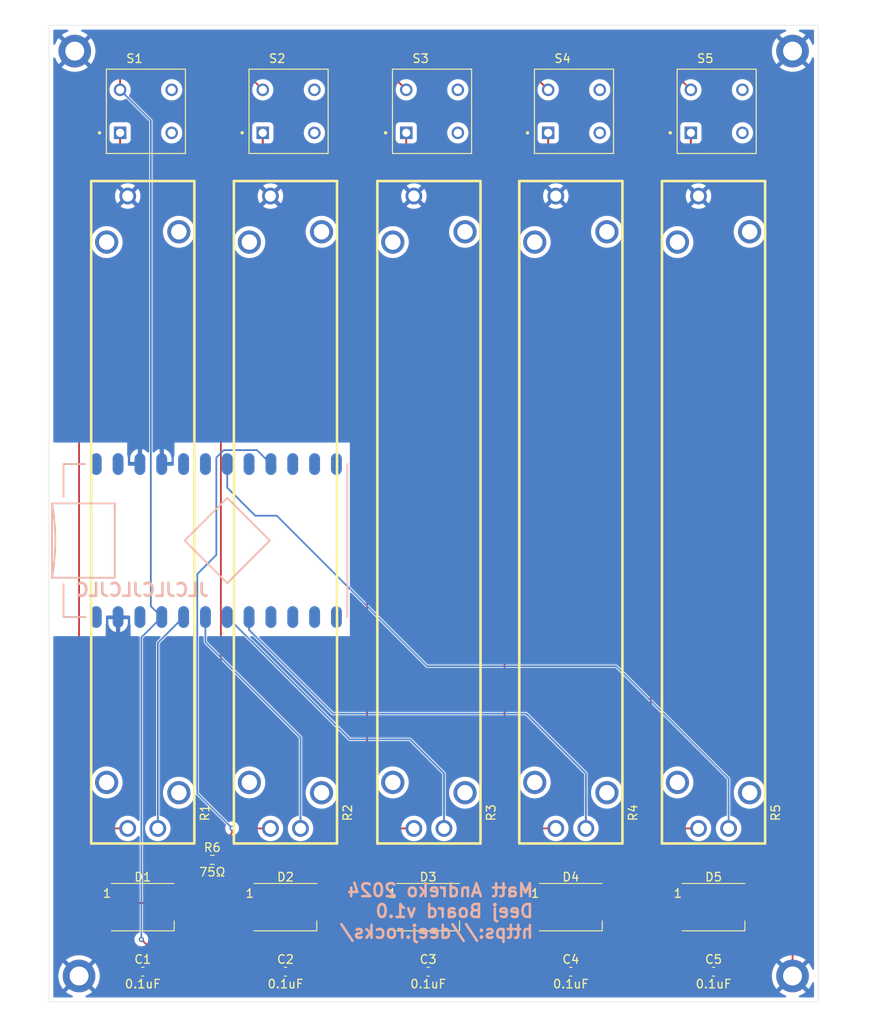
<source format=kicad_pcb>
(kicad_pcb (version 20240108) (generator "pcbnew") (generator_version "8.0")
  (layers (0 "F.Cu" signal) (31 "B.Cu" signal) (34 "B.Paste" user) (35 "F.Paste" user) (36 "B.SilkS" user "B.Silkscreen") (37 "F.SilkS" user "F.Silkscreen") (38 "B.Mask" user) (39 "F.Mask" user) (44 "Edge.Cuts" user))
  (net 0 "")
  (net 1 "GND")
  (net 2 "5V")
  (net 3 "Net-(D1-DIN)")
  (net 4 "Net-(D1-DOUT)")
  (net 5 "Net-(D2-DOUT)")
  (net 6 "Net-(D3-DOUT)")
  (net 7 "Net-(D4-DOUT)")
  (net 9 "A0")
  (net 10 "A1")
  (net 11 "A2")
  (net 12 "A3")
  (net 13 "A6")
  (net 14 "A7")
  (net 39 "Net-(R1-Pad1)")
  (net 40 "Net-(R2-Pad1)")
  (net 41 "Net-(R3-Pad1)")
  (net 42 "Net-(R4-Pad1)")
  (net 43 "Net-(R5-Pad1)")
  (footprint "Capacitor_SMD:C_0603_1608Metric" (layer "F.Cu") (at 118.9119 149.5)
    (property "Reference" "C1" (at 0 -1.43 0) (layer "F.SilkS"))
    (property "Value" "0.1uF" (at 0 1.43 0) (layer "F.SilkS"))
    (fp_line (start -0.14058 -0.51) (end 0.14058 -0.51) (stroke (width 0.12)) (layer "F.SilkS"))
    (fp_line (start -0.14058 0.51) (end 0.14058 0.51) (stroke (width 0.12)) (layer "F.SilkS"))
    (pad "1" smd roundrect (at -0.775 0) (size 0.9 0.95) (layers "F.Cu" "F.Paste" "F.Mask") (net 1 "GND"))
    (pad "2" smd roundrect (at 0.775 0) (size 0.9 0.95) (layers "F.Cu" "F.Paste" "F.Mask") (net 2 "5V"))
  )
  (footprint "C&K:SW_PVA1EEH1" (layer "F.Cu") (at 135.8737 49.5)
    (property "Reference" "S2" (at -1.325 -6.135 0) (layer "F.SilkS"))
    (property "Value" "PVA1EEH1")
    (fp_line (start -4.6 -4.9) (end -4.6 4.9) (stroke (width 0.127)) (layer "F.SilkS"))
    (fp_line (start -4.6 4.9) (end 4.6 4.9) (stroke (width 0.127)) (layer "F.SilkS"))
    (fp_line (start 4.6 -4.9) (end -4.6 -4.9) (stroke (width 0.127)) (layer "F.SilkS"))
    (fp_line (start 4.6 4.9) (end 4.6 -4.9) (stroke (width 0.127)) (layer "F.SilkS"))
    (fp_circle (center -5.4 2.5) (end -5.3 2.5) (stroke (width 0.2)) (fill none) (layer "F.SilkS"))
    (pad "1" thru_hole rect (at -3 2.5) (size 1.458 1.458) (drill 0.95) (layers "*.Cu" "*.Mask") (net 40 "Net-(R2-Pad1)"))
    (pad "1_" thru_hole circle (at 3 2.5) (size 1.458 1.458) (drill 0.95) (layers "*.Cu" "*.Mask"))
    (pad "2" thru_hole circle (at -3 -2.5) (size 1.458 1.458) (drill 0.95) (layers "*.Cu" "*.Mask") (net 2 "5V"))
    (pad "2_" thru_hole circle (at 3 -2.5) (size 1.458 1.458) (drill 0.95) (layers "*.Cu" "*.Mask"))
  )
  (footprint "MountingHole:MountingHole_2.2mm_M2_DIN965_Pad" (layer "F.Cu") (at 111 42.5)
    (property "Reference" "TopLeftMountingHole" (hide yes))
    (property "Value" "MountingHole_2.2mm_M2_DIN965_Pad" (hide yes))
    (pad "1" thru_hole circle (at 0 0) (size 3.8 3.8) (drill 2.2) (layers "*.Cu" "*.Mask") (net 1 "GND"))
  )
  (footprint "Bourns:PTA6043-2015DP-B103" (layer "F.Cu") (at 135.5112 96.1 90)
    (property "Reference" "R2" (at -34.925 7.231 -90) (layer "F.SilkS"))
    (property "Value" "PTA6043-2015DPB103")
    (fp_line (start 38.5 -6) (end 38.5 6) (stroke (width 0.3048)) (layer "F.SilkS"))
    (fp_line (start -38.5 -6) (end 38.5 -6) (stroke (width 0.3048)) (layer "F.SilkS"))
    (fp_line (start -38.5 -6) (end -38.5 6) (stroke (width 0.3048)) (layer "F.SilkS"))
    (fp_line (start -38.5 6) (end 38.5 6) (stroke (width 0.3048)) (layer "F.SilkS"))
    (pad "1" thru_hole circle (at -36.75 -1.75 90) (size 1.95 1.95) (drill 1.3) (layers "*.Cu" "*.Mask") (net 40 "Net-(R2-Pad1)"))
    (pad "2" thru_hole circle (at -36.75 1.75 90) (size 1.95 1.95) (drill 1.3) (layers "*.Cu" "*.Mask") (net 11 "A2"))
    (pad "3" thru_hole circle (at 36.75 -1.75 90) (size 1.95 1.95) (drill 1.3) (layers "*.Cu" "*.Mask") (net 1 "GND"))
    (pad "S1" thru_hole circle (at -31.4 -4.2 90) (size 2.7 2.7) (drill 1.8) (layers "*.Cu" "*.Mask"))
    (pad "S2" thru_hole circle (at -32.6 4.2 90) (size 2.7 2.7) (drill 1.8) (layers "*.Cu" "*.Mask"))
    (pad "S3" thru_hole circle (at 31.4 -4.2 90) (size 2.7 2.7) (drill 1.8) (layers "*.Cu" "*.Mask"))
    (pad "S4" thru_hole circle (at 32.6 4.2 90) (size 2.7 2.7) (drill 1.8) (layers "*.Cu" "*.Mask"))
  )
  (footprint "C&K:SW_PVA1EEH1" (layer "F.Cu") (at 152.5625 49.5)
    (property "Reference" "S3" (at -1.325 -6.135 0) (layer "F.SilkS"))
    (property "Value" "PVA1EEH1")
    (fp_line (start -4.6 -4.9) (end -4.6 4.9) (stroke (width 0.127)) (layer "F.SilkS"))
    (fp_line (start -4.6 4.9) (end 4.6 4.9) (stroke (width 0.127)) (layer "F.SilkS"))
    (fp_line (start 4.6 -4.9) (end -4.6 -4.9) (stroke (width 0.127)) (layer "F.SilkS"))
    (fp_line (start 4.6 4.9) (end 4.6 -4.9) (stroke (width 0.127)) (layer "F.SilkS"))
    (fp_circle (center -5.4 2.5) (end -5.3 2.5) (stroke (width 0.2)) (fill none) (layer "F.SilkS"))
    (pad "1" thru_hole rect (at -3 2.5) (size 1.458 1.458) (drill 0.95) (layers "*.Cu" "*.Mask") (net 41 "Net-(R3-Pad1)"))
    (pad "1_" thru_hole circle (at 3 2.5) (size 1.458 1.458) (drill 0.95) (layers "*.Cu" "*.Mask"))
    (pad "2" thru_hole circle (at -3 -2.5) (size 1.458 1.458) (drill 0.95) (layers "*.Cu" "*.Mask") (net 2 "5V"))
    (pad "2_" thru_hole circle (at 3 -2.5) (size 1.458 1.458) (drill 0.95) (layers "*.Cu" "*.Mask"))
  )
  (footprint "MountingHole:MountingHole_2.2mm_M2_DIN965_Pad" (layer "F.Cu") (at 194.5 42.5)
    (property "Reference" "TopRightMountingHole" (hide yes))
    (property "Value" "MountingHole_2.2mm_M2_DIN965_Pad" (hide yes))
    (pad "1" thru_hole circle (at 0 0) (size 3.8 3.8) (drill 2.2) (layers "*.Cu" "*.Mask") (net 1 "GND"))
  )
  (footprint "Bourns:PTA6043-2015DP-B103" (layer "F.Cu") (at 152.2 96.1 90)
    (property "Reference" "R3" (at -34.925 7.231 -90) (layer "F.SilkS"))
    (property "Value" "PTA6043-2015DPB103")
    (fp_line (start 38.5 -6) (end 38.5 6) (stroke (width 0.3048)) (layer "F.SilkS"))
    (fp_line (start -38.5 -6) (end 38.5 -6) (stroke (width 0.3048)) (layer "F.SilkS"))
    (fp_line (start -38.5 -6) (end -38.5 6) (stroke (width 0.3048)) (layer "F.SilkS"))
    (fp_line (start -38.5 6) (end 38.5 6) (stroke (width 0.3048)) (layer "F.SilkS"))
    (pad "1" thru_hole circle (at -36.75 -1.75 90) (size 1.95 1.95) (drill 1.3) (layers "*.Cu" "*.Mask") (net 41 "Net-(R3-Pad1)"))
    (pad "2" thru_hole circle (at -36.75 1.75 90) (size 1.95 1.95) (drill 1.3) (layers "*.Cu" "*.Mask") (net 10 "A1"))
    (pad "3" thru_hole circle (at 36.75 -1.75 90) (size 1.95 1.95) (drill 1.3) (layers "*.Cu" "*.Mask") (net 1 "GND"))
    (pad "S1" thru_hole circle (at -31.4 -4.2 90) (size 2.7 2.7) (drill 1.8) (layers "*.Cu" "*.Mask"))
    (pad "S2" thru_hole circle (at -32.6 4.2 90) (size 2.7 2.7) (drill 1.8) (layers "*.Cu" "*.Mask"))
    (pad "S3" thru_hole circle (at 31.4 -4.2 90) (size 2.7 2.7) (drill 1.8) (layers "*.Cu" "*.Mask"))
    (pad "S4" thru_hole circle (at 32.6 4.2 90) (size 2.7 2.7) (drill 1.8) (layers "*.Cu" "*.Mask"))
  )
  (footprint "Capacitor_SMD:C_0603_1608Metric" (layer "F.Cu") (at 185.309 149.5)
    (property "Reference" "C5" (at 0 -1.43 0) (layer "F.SilkS"))
    (property "Value" "0.1uF" (at 0 1.43 0) (layer "F.SilkS"))
    (fp_line (start -0.14058 -0.51) (end 0.14058 -0.51) (stroke (width 0.12)) (layer "F.SilkS"))
    (fp_line (start -0.14058 0.51) (end 0.14058 0.51) (stroke (width 0.12)) (layer "F.SilkS"))
    (pad "1" smd roundrect (at -0.775 0) (size 0.9 0.95) (layers "F.Cu" "F.Paste" "F.Mask") (net 1 "GND"))
    (pad "2" smd roundrect (at 0.775 0) (size 0.9 0.95) (layers "F.Cu" "F.Paste" "F.Mask") (net 2 "5V"))
  )
  (footprint "LED_SMD:LED_WS2812B_PLCC4_5.0x5.0mm_P3.2mm" (layer "F.Cu") (at 135.5112 142)
    (property "Reference" "D2" (at 0 -3.5 0) (layer "F.SilkS"))
    (property "Value" "WS2812B")
    (fp_line (start -3.65 -2.75) (end 3.65 -2.75) (stroke (width 0.12)) (layer "F.SilkS"))
    (fp_line (start -3.65 2.75) (end 3.65 2.75) (stroke (width 0.12)) (layer "F.SilkS"))
    (fp_line (start 3.65 2.75) (end 3.65 1.6) (stroke (width 0.12)) (layer "F.SilkS"))
    (fp_text user "1" (at -4.15 -1.6 0) (layer "F.SilkS"))
    (pad "1" smd rect (at -2.45 -1.65) (size 1.5 0.9) (layers "F.Cu" "F.Paste" "F.Mask") (net 1 "GND"))
    (pad "2" smd rect (at -2.45 1.65) (size 1.5 0.9) (layers "F.Cu" "F.Paste" "F.Mask") (net 5 "Net-(D2-DOUT)"))
    (pad "3" smd rect (at 2.45 1.65) (size 1.5 0.9) (layers "F.Cu" "F.Paste" "F.Mask") (net 2 "5V"))
    (pad "4" smd rect (at 2.45 -1.65) (size 1.5 0.9) (layers "F.Cu" "F.Paste" "F.Mask") (net 4 "Net-(D1-DOUT)"))
  )
  (footprint "Resistor_SMD:R_0603_1608Metric" (layer "F.Cu") (at 127 136.5)
    (property "Reference" "R6" (at 0 -1.43 0) (layer "F.SilkS"))
    (property "Value" "75Ω" (at 0 1.43 0) (layer "F.SilkS"))
    (fp_line (start -0.237258 -0.5225) (end 0.237258 -0.5225) (stroke (width 0.12)) (layer "F.SilkS"))
    (fp_line (start -0.237258 0.5225) (end 0.237258 0.5225) (stroke (width 0.12)) (layer "F.SilkS"))
    (pad "1" smd roundrect (at -0.825 0) (size 0.8 0.95) (layers "F.Cu" "F.Paste" "F.Mask") (net 14 "A7"))
    (pad "2" smd roundrect (at 0.825 0) (size 0.8 0.95) (layers "F.Cu" "F.Paste" "F.Mask") (net 3 "Net-(D1-DIN)"))
  )
  (footprint "C&K:SW_PVA1EEH1" (layer "F.Cu") (at 169.0722 49.5)
    (property "Reference" "S4" (at -1.325 -6.135 0) (layer "F.SilkS"))
    (property "Value" "PVA1EEH1")
    (fp_line (start -4.6 -4.9) (end -4.6 4.9) (stroke (width 0.127)) (layer "F.SilkS"))
    (fp_line (start -4.6 4.9) (end 4.6 4.9) (stroke (width 0.127)) (layer "F.SilkS"))
    (fp_line (start 4.6 -4.9) (end -4.6 -4.9) (stroke (width 0.127)) (layer "F.SilkS"))
    (fp_line (start 4.6 4.9) (end 4.6 -4.9) (stroke (width 0.127)) (layer "F.SilkS"))
    (fp_circle (center -5.4 2.5) (end -5.3 2.5) (stroke (width 0.2)) (fill none) (layer "F.SilkS"))
    (pad "1" thru_hole rect (at -3 2.5) (size 1.458 1.458) (drill 0.95) (layers "*.Cu" "*.Mask") (net 42 "Net-(R4-Pad1)"))
    (pad "1_" thru_hole circle (at 3 2.5) (size 1.458 1.458) (drill 0.95) (layers "*.Cu" "*.Mask"))
    (pad "2" thru_hole circle (at -3 -2.5) (size 1.458 1.458) (drill 0.95) (layers "*.Cu" "*.Mask") (net 2 "5V"))
    (pad "2_" thru_hole circle (at 3 -2.5) (size 1.458 1.458) (drill 0.95) (layers "*.Cu" "*.Mask"))
  )
  (footprint "Bourns:PTA6043-2015DP-B103" (layer "F.Cu") (at 118.9119 96.1 90)
    (property "Reference" "R1" (at -34.925 7.231 -90) (layer "F.SilkS"))
    (property "Value" "PTA6043-2015DPB103")
    (fp_line (start 38.5 -6) (end 38.5 6) (stroke (width 0.3048)) (layer "F.SilkS"))
    (fp_line (start -38.5 -6) (end 38.5 -6) (stroke (width 0.3048)) (layer "F.SilkS"))
    (fp_line (start -38.5 -6) (end -38.5 6) (stroke (width 0.3048)) (layer "F.SilkS"))
    (fp_line (start -38.5 6) (end 38.5 6) (stroke (width 0.3048)) (layer "F.SilkS"))
    (pad "1" thru_hole circle (at -36.75 -1.75 90) (size 1.95 1.95) (drill 1.3) (layers "*.Cu" "*.Mask") (net 39 "Net-(R1-Pad1)"))
    (pad "2" thru_hole circle (at -36.75 1.75 90) (size 1.95 1.95) (drill 1.3) (layers "*.Cu" "*.Mask") (net 12 "A3"))
    (pad "3" thru_hole circle (at 36.75 -1.75 90) (size 1.95 1.95) (drill 1.3) (layers "*.Cu" "*.Mask") (net 1 "GND"))
    (pad "S1" thru_hole circle (at -31.4 -4.2 90) (size 2.7 2.7) (drill 1.8) (layers "*.Cu" "*.Mask"))
    (pad "S2" thru_hole circle (at -32.6 4.2 90) (size 2.7 2.7) (drill 1.8) (layers "*.Cu" "*.Mask"))
    (pad "S3" thru_hole circle (at 31.4 -4.2 90) (size 2.7 2.7) (drill 1.8) (layers "*.Cu" "*.Mask"))
    (pad "S4" thru_hole circle (at 32.6 4.2 90) (size 2.7 2.7) (drill 1.8) (layers "*.Cu" "*.Mask"))
  )
  (footprint "C&K:SW_PVA1EEH1" (layer "F.Cu") (at 119.2744 49.5)
    (property "Reference" "S1" (at -1.325 -6.135 0) (layer "F.SilkS"))
    (property "Value" "PVA1EEH1")
    (fp_line (start -4.6 -4.9) (end -4.6 4.9) (stroke (width 0.127)) (layer "F.SilkS"))
    (fp_line (start -4.6 4.9) (end 4.6 4.9) (stroke (width 0.127)) (layer "F.SilkS"))
    (fp_line (start 4.6 -4.9) (end -4.6 -4.9) (stroke (width 0.127)) (layer "F.SilkS"))
    (fp_line (start 4.6 4.9) (end 4.6 -4.9) (stroke (width 0.127)) (layer "F.SilkS"))
    (fp_circle (center -5.4 2.5) (end -5.3 2.5) (stroke (width 0.2)) (fill none) (layer "F.SilkS"))
    (pad "1" thru_hole rect (at -3 2.5) (size 1.458 1.458) (drill 0.95) (layers "*.Cu" "*.Mask") (net 39 "Net-(R1-Pad1)"))
    (pad "1_" thru_hole circle (at 3 2.5) (size 1.458 1.458) (drill 0.95) (layers "*.Cu" "*.Mask"))
    (pad "2" thru_hole circle (at -3 -2.5) (size 1.458 1.458) (drill 0.95) (layers "*.Cu" "*.Mask") (net 2 "5V"))
    (pad "2_" thru_hole circle (at 3 -2.5) (size 1.458 1.458) (drill 0.95) (layers "*.Cu" "*.Mask"))
  )
  (footprint "LED_SMD:LED_WS2812B_PLCC4_5.0x5.0mm_P3.2mm" (layer "F.Cu") (at 185.309 142)
    (property "Reference" "D5" (at 0 -3.5 0) (layer "F.SilkS"))
    (property "Value" "WS2812B")
    (fp_line (start -3.65 -2.75) (end 3.65 -2.75) (stroke (width 0.12)) (layer "F.SilkS"))
    (fp_line (start -3.65 2.75) (end 3.65 2.75) (stroke (width 0.12)) (layer "F.SilkS"))
    (fp_line (start 3.65 2.75) (end 3.65 1.6) (stroke (width 0.12)) (layer "F.SilkS"))
    (fp_text user "1" (at -4.15 -1.6 0) (layer "F.SilkS"))
    (pad "1" smd rect (at -2.45 -1.65) (size 1.5 0.9) (layers "F.Cu" "F.Paste" "F.Mask") (net 1 "GND"))
    (pad "2" smd rect (at -2.45 1.65) (size 1.5 0.9) (layers "F.Cu" "F.Paste" "F.Mask"))
    (pad "3" smd rect (at 2.45 1.65) (size 1.5 0.9) (layers "F.Cu" "F.Paste" "F.Mask") (net 2 "5V"))
    (pad "4" smd rect (at 2.45 -1.65) (size 1.5 0.9) (layers "F.Cu" "F.Paste" "F.Mask") (net 7 "Net-(D4-DOUT)"))
  )
  (footprint "Capacitor_SMD:C_0603_1608Metric" (layer "F.Cu") (at 168.7097 149.5)
    (property "Reference" "C4" (at 0 -1.43 0) (layer "F.SilkS"))
    (property "Value" "0.1uF" (at 0 1.43 0) (layer "F.SilkS"))
    (fp_line (start -0.14058 -0.51) (end 0.14058 -0.51) (stroke (width 0.12)) (layer "F.SilkS"))
    (fp_line (start -0.14058 0.51) (end 0.14058 0.51) (stroke (width 0.12)) (layer "F.SilkS"))
    (pad "1" smd roundrect (at -0.775 0) (size 0.9 0.95) (layers "F.Cu" "F.Paste" "F.Mask") (net 1 "GND"))
    (pad "2" smd roundrect (at 0.775 0) (size 0.9 0.95) (layers "F.Cu" "F.Paste" "F.Mask") (net 2 "5V"))
  )
  (footprint "LED_SMD:LED_WS2812B_PLCC4_5.0x5.0mm_P3.2mm" (layer "F.Cu") (at 118.9119 142)
    (property "Reference" "D1" (at 0 -3.5 0) (layer "F.SilkS"))
    (property "Value" "WS2812B")
    (fp_line (start -3.65 -2.75) (end 3.65 -2.75) (stroke (width 0.12)) (layer "F.SilkS"))
    (fp_line (start -3.65 2.75) (end 3.65 2.75) (stroke (width 0.12)) (layer "F.SilkS"))
    (fp_line (start 3.65 2.75) (end 3.65 1.6) (stroke (width 0.12)) (layer "F.SilkS"))
    (fp_text user "1" (at -4.15 -1.6 0) (layer "F.SilkS"))
    (pad "1" smd rect (at -2.45 -1.65) (size 1.5 0.9) (layers "F.Cu" "F.Paste" "F.Mask") (net 1 "GND"))
    (pad "2" smd rect (at -2.45 1.65) (size 1.5 0.9) (layers "F.Cu" "F.Paste" "F.Mask") (net 4 "Net-(D1-DOUT)"))
    (pad "3" smd rect (at 2.45 1.65) (size 1.5 0.9) (layers "F.Cu" "F.Paste" "F.Mask") (net 2 "5V"))
    (pad "4" smd rect (at 2.45 -1.65) (size 1.5 0.9) (layers "F.Cu" "F.Paste" "F.Mask") (net 3 "Net-(D1-DIN)"))
  )
  (footprint "LED_SMD:LED_WS2812B_PLCC4_5.0x5.0mm_P3.2mm" (layer "F.Cu") (at 168.7097 142)
    (property "Reference" "D4" (at 0 -3.5 0) (layer "F.SilkS"))
    (property "Value" "WS2812B")
    (fp_line (start -3.65 -2.75) (end 3.65 -2.75) (stroke (width 0.12)) (layer "F.SilkS"))
    (fp_line (start -3.65 2.75) (end 3.65 2.75) (stroke (width 0.12)) (layer "F.SilkS"))
    (fp_line (start 3.65 2.75) (end 3.65 1.6) (stroke (width 0.12)) (layer "F.SilkS"))
    (fp_text user "1" (at -4.15 -1.6 0) (layer "F.SilkS"))
    (pad "1" smd rect (at -2.45 -1.65) (size 1.5 0.9) (layers "F.Cu" "F.Paste" "F.Mask") (net 1 "GND"))
    (pad "2" smd rect (at -2.45 1.65) (size 1.5 0.9) (layers "F.Cu" "F.Paste" "F.Mask") (net 7 "Net-(D4-DOUT)"))
    (pad "3" smd rect (at 2.45 1.65) (size 1.5 0.9) (layers "F.Cu" "F.Paste" "F.Mask") (net 2 "5V"))
    (pad "4" smd rect (at 2.45 -1.65) (size 1.5 0.9) (layers "F.Cu" "F.Paste" "F.Mask") (net 6 "Net-(D3-DOUT)"))
  )
  (footprint "MountingHole:MountingHole_2.2mm_M2_DIN965_Pad" (layer "F.Cu") (at 194.5 150)
    (property "Reference" "BottomRightMountingHole" (hide yes))
    (property "Value" "MountingHole_2.2mm_M2_DIN965_Pad" (hide yes))
    (pad "1" thru_hole circle (at 0 0) (size 3.8 3.8) (drill 2.2) (layers "*.Cu" "*.Mask") (net 1 "GND"))
  )
  (footprint "LED_SMD:LED_WS2812B_PLCC4_5.0x5.0mm_P3.2mm" (layer "F.Cu") (at 152.1105 142)
    (property "Reference" "D3" (at 0 -3.5 0) (layer "F.SilkS"))
    (property "Value" "WS2812B")
    (fp_line (start -3.65 -2.75) (end 3.65 -2.75) (stroke (width 0.12)) (layer "F.SilkS"))
    (fp_line (start -3.65 2.75) (end 3.65 2.75) (stroke (width 0.12)) (layer "F.SilkS"))
    (fp_line (start 3.65 2.75) (end 3.65 1.6) (stroke (width 0.12)) (layer "F.SilkS"))
    (fp_text user "1" (at -4.15 -1.6 0) (layer "F.SilkS"))
    (pad "1" smd rect (at -2.45 -1.65) (size 1.5 0.9) (layers "F.Cu" "F.Paste" "F.Mask") (net 1 "GND"))
    (pad "2" smd rect (at -2.45 1.65) (size 1.5 0.9) (layers "F.Cu" "F.Paste" "F.Mask") (net 6 "Net-(D3-DOUT)"))
    (pad "3" smd rect (at 2.45 1.65) (size 1.5 0.9) (layers "F.Cu" "F.Paste" "F.Mask") (net 2 "5V"))
    (pad "4" smd rect (at 2.45 -1.65) (size 1.5 0.9) (layers "F.Cu" "F.Paste" "F.Mask") (net 5 "Net-(D2-DOUT)"))
  )
  (footprint "C&K:SW_PVA1EEH1" (layer "F.Cu") (at 185.6715 49.5)
    (property "Reference" "S5" (at -1.325 -6.135 0) (layer "F.SilkS"))
    (property "Value" "PVA1EEH1")
    (fp_line (start -4.6 -4.9) (end -4.6 4.9) (stroke (width 0.127)) (layer "F.SilkS"))
    (fp_line (start -4.6 4.9) (end 4.6 4.9) (stroke (width 0.127)) (layer "F.SilkS"))
    (fp_line (start 4.6 -4.9) (end -4.6 -4.9) (stroke (width 0.127)) (layer "F.SilkS"))
    (fp_line (start 4.6 4.9) (end 4.6 -4.9) (stroke (width 0.127)) (layer "F.SilkS"))
    (fp_circle (center -5.4 2.5) (end -5.3 2.5) (stroke (width 0.2)) (fill none) (layer "F.SilkS"))
    (pad "1" thru_hole rect (at -3 2.5) (size 1.458 1.458) (drill 0.95) (layers "*.Cu" "*.Mask") (net 43 "Net-(R5-Pad1)"))
    (pad "1_" thru_hole circle (at 3 2.5) (size 1.458 1.458) (drill 0.95) (layers "*.Cu" "*.Mask"))
    (pad "2" thru_hole circle (at -3 -2.5) (size 1.458 1.458) (drill 0.95) (layers "*.Cu" "*.Mask") (net 2 "5V"))
    (pad "2_" thru_hole circle (at 3 -2.5) (size 1.458 1.458) (drill 0.95) (layers "*.Cu" "*.Mask"))
  )
  (footprint "Bourns:PTA6043-2015DP-B103" (layer "F.Cu") (at 168.7097 96.1 90)
    (property "Reference" "R4" (at -34.925 7.231 -90) (layer "F.SilkS"))
    (property "Value" "PTA6043-2015DPB103")
    (fp_line (start 38.5 -6) (end 38.5 6) (stroke (width 0.3048)) (layer "F.SilkS"))
    (fp_line (start -38.5 -6) (end 38.5 -6) (stroke (width 0.3048)) (layer "F.SilkS"))
    (fp_line (start -38.5 -6) (end -38.5 6) (stroke (width 0.3048)) (layer "F.SilkS"))
    (fp_line (start -38.5 6) (end 38.5 6) (stroke (width 0.3048)) (layer "F.SilkS"))
    (pad "1" thru_hole circle (at -36.75 -1.75 90) (size 1.95 1.95) (drill 1.3) (layers "*.Cu" "*.Mask") (net 42 "Net-(R4-Pad1)"))
    (pad "2" thru_hole circle (at -36.75 1.75 90) (size 1.95 1.95) (drill 1.3) (layers "*.Cu" "*.Mask") (net 9 "A0"))
    (pad "3" thru_hole circle (at 36.75 -1.75 90) (size 1.95 1.95) (drill 1.3) (layers "*.Cu" "*.Mask") (net 1 "GND"))
    (pad "S1" thru_hole circle (at -31.4 -4.2 90) (size 2.7 2.7) (drill 1.8) (layers "*.Cu" "*.Mask"))
    (pad "S2" thru_hole circle (at -32.6 4.2 90) (size 2.7 2.7) (drill 1.8) (layers "*.Cu" "*.Mask"))
    (pad "S3" thru_hole circle (at 31.4 -4.2 90) (size 2.7 2.7) (drill 1.8) (layers "*.Cu" "*.Mask"))
    (pad "S4" thru_hole circle (at 32.6 4.2 90) (size 2.7 2.7) (drill 1.8) (layers "*.Cu" "*.Mask"))
  )
  (footprint "Capacitor_SMD:C_0603_1608Metric" (layer "F.Cu") (at 135.5112 149.5)
    (property "Reference" "C2" (at 0 -1.43 0) (layer "F.SilkS"))
    (property "Value" "0.1uF" (at 0 1.43 0) (layer "F.SilkS"))
    (fp_line (start -0.14058 -0.51) (end 0.14058 -0.51) (stroke (width 0.12)) (layer "F.SilkS"))
    (fp_line (start -0.14058 0.51) (end 0.14058 0.51) (stroke (width 0.12)) (layer "F.SilkS"))
    (pad "1" smd roundrect (at -0.775 0) (size 0.9 0.95) (layers "F.Cu" "F.Paste" "F.Mask") (net 1 "GND"))
    (pad "2" smd roundrect (at 0.775 0) (size 0.9 0.95) (layers "F.Cu" "F.Paste" "F.Mask") (net 2 "5V"))
  )
  (footprint "MountingHole:MountingHole_2.2mm_M2_DIN965_Pad" (layer "F.Cu") (at 111.5 150)
    (property "Reference" "BottomLeftMountingHole" (hide yes))
    (property "Value" "MountingHole_2.2mm_M2_DIN965_Pad" (hide yes))
    (pad "1" thru_hole circle (at 0 0) (size 3.8 3.8) (drill 2.2) (layers "*.Cu" "*.Mask") (net 1 "GND"))
  )
  (footprint "Bourns:PTA6043-2015DP-B103" (layer "F.Cu") (at 185.309 96.1 90)
    (property "Reference" "R5" (at -34.925 7.231 -90) (layer "F.SilkS"))
    (property "Value" "PTA6043-2015DPB103")
    (fp_line (start 38.5 -6) (end 38.5 6) (stroke (width 0.3048)) (layer "F.SilkS"))
    (fp_line (start -38.5 -6) (end 38.5 -6) (stroke (width 0.3048)) (layer "F.SilkS"))
    (fp_line (start -38.5 -6) (end -38.5 6) (stroke (width 0.3048)) (layer "F.SilkS"))
    (fp_line (start -38.5 6) (end 38.5 6) (stroke (width 0.3048)) (layer "F.SilkS"))
    (pad "1" thru_hole circle (at -36.75 -1.75 90) (size 1.95 1.95) (drill 1.3) (layers "*.Cu" "*.Mask") (net 43 "Net-(R5-Pad1)"))
    (pad "2" thru_hole circle (at -36.75 1.75 90) (size 1.95 1.95) (drill 1.3) (layers "*.Cu" "*.Mask") (net 13 "A6"))
    (pad "3" thru_hole circle (at 36.75 -1.75 90) (size 1.95 1.95) (drill 1.3) (layers "*.Cu" "*.Mask") (net 1 "GND"))
    (pad "S1" thru_hole circle (at -31.4 -4.2 90) (size 2.7 2.7) (drill 1.8) (layers "*.Cu" "*.Mask"))
    (pad "S2" thru_hole circle (at -32.6 4.2 90) (size 2.7 2.7) (drill 1.8) (layers "*.Cu" "*.Mask"))
    (pad "S3" thru_hole circle (at 31.4 -4.2 90) (size 2.7 2.7) (drill 1.8) (layers "*.Cu" "*.Mask"))
    (pad "S4" thru_hole circle (at 32.6 4.2 90) (size 2.7 2.7) (drill 1.8) (layers "*.Cu" "*.Mask"))
  )
  (footprint "Capacitor_SMD:C_0603_1608Metric" (layer "F.Cu") (at 152.1105 149.5)
    (property "Reference" "C3" (at 0 -1.43 0) (layer "F.SilkS"))
    (property "Value" "0.1uF" (at 0 1.43 0) (layer "F.SilkS"))
    (fp_line (start -0.14058 -0.51) (end 0.14058 -0.51) (stroke (width 0.12)) (layer "F.SilkS"))
    (fp_line (start -0.14058 0.51) (end 0.14058 0.51) (stroke (width 0.12)) (layer "F.SilkS"))
    (pad "1" smd roundrect (at -0.775 0) (size 0.9 0.95) (layers "F.Cu" "F.Paste" "F.Mask") (net 1 "GND"))
    (pad "2" smd roundrect (at 0.775 0) (size 0.9 0.95) (layers "F.Cu" "F.Paste" "F.Mask") (net 2 "5V"))
  )
  (footprint "SparkFun:ProMicroC" (layer "B.Cu") (at 126.2 99.39 -90)
    (property "Reference" "U1")
    (property "Value" "ProMicroC")
    (fp_line (start -4.318 17.8435) (end -4.318 10.541) (stroke (width 0.2032)) (layer "B.SilkS"))
    (fp_line (start 4.318 17.8435) (end -4.318 17.8435) (stroke (width 0.2032)) (layer "B.SilkS"))
    (fp_line (start -8.89 16.51) (end -5.08 16.51) (stroke (width 0.2032)) (layer "B.SilkS"))
    (fp_line (start 8.89 16.51) (end 5.08 16.51) (stroke (width 0.2032)) (layer "B.SilkS"))
    (fp_line (start -8.89 13.97) (end -8.89 16.51) (stroke (width 0.2032)) (layer "B.SilkS"))
    (fp_line (start 8.89 13.97) (end 8.89 16.51) (stroke (width 0.2032)) (layer "B.SilkS"))
    (fp_line (start -4.318 10.541) (end 4.318 10.541) (stroke (width 0.2032)) (layer "B.SilkS"))
    (fp_line (start 4.318 10.541) (end 4.318 17.8435) (stroke (width 0.2032)) (layer "B.SilkS"))
    (fp_line (start 0 2.413) (end 4.953 -2.54) (stroke (width 0.2032)) (layer "B.SilkS"))
    (fp_line (start -4.953 -2.54) (end 0 2.413) (stroke (width 0.2032)) (layer "B.SilkS"))
    (fp_line (start 4.953 -2.54) (end 0 -7.493) (stroke (width 0.2032)) (layer "B.SilkS"))
    (fp_line (start 0 -7.493) (end -4.953 -2.54) (stroke (width 0.2032)) (layer "B.SilkS"))
    (fp_line (start -8.89 -16.51) (end 8.89 -16.51) (stroke (width 0.2032)) (layer "B.SilkS"))
    (fp_arc (start -4.318 17.8435) (mid 0 17.460445) (end 4.318 17.8435) (stroke (width 0.2032)) (layer "B.SilkS"))
    (pad "1" smd roundrect (at -8.89 12.7 270) (size 2.54 1.27) (layers "B.Cu" "B.Paste" "B.Mask") (roundrect_rratio 0.5))
    (pad "2" smd roundrect (at -8.89 10.16 270) (size 2.54 1.27) (layers "B.Cu" "B.Paste" "B.Mask") (roundrect_rratio 0.5))
    (pad "3" smd roundrect (at -8.89 7.62 270) (size 2.54 1.27) (layers "B.Cu" "B.Paste" "B.Mask") (roundrect_rratio 0.5) (net 1 "GND"))
    (pad "4" smd roundrect (at -8.89 5.08 270) (size 2.54 1.27) (layers "B.Cu" "B.Paste" "B.Mask") (roundrect_rratio 0.5) (net 1 "GND"))
    (pad "5" smd roundrect (at -8.89 2.54 270) (size 2.54 1.27) (layers "B.Cu" "B.Paste" "B.Mask") (roundrect_rratio 0.5))
    (pad "6" smd roundrect (at -8.89 0 270) (size 2.54 1.27) (layers "B.Cu" "B.Paste" "B.Mask") (roundrect_rratio 0.5))
    (pad "7" smd roundrect (at -8.89 -2.54 270) (size 2.54 1.27) (layers "B.Cu" "B.Paste" "B.Mask") (roundrect_rratio 0.5) (net 13 "A6"))
    (pad "8" smd roundrect (at -8.89 -5.08 270) (size 2.54 1.27) (layers "B.Cu" "B.Paste" "B.Mask") (roundrect_rratio 0.5))
    (pad "9" smd roundrect (at -8.89 -7.62 270) (size 2.54 1.27) (layers "B.Cu" "B.Paste" "B.Mask") (roundrect_rratio 0.5) (net 14 "A7"))
    (pad "10" smd roundrect (at -8.89 -10.16 270) (size 2.54 1.27) (layers "B.Cu" "B.Paste" "B.Mask") (roundrect_rratio 0.5))
    (pad "11" smd roundrect (at -8.89 -12.7 270) (size 2.54 1.27) (layers "B.Cu" "B.Paste" "B.Mask") (roundrect_rratio 0.5))
    (pad "12" smd roundrect (at -8.89 -15.24 270) (size 2.54 1.27) (layers "B.Cu" "B.Paste" "B.Mask") (roundrect_rratio 0.5))
    (pad "13" smd roundrect (at 8.89 -15.24 270) (size 2.54 1.27) (layers "B.Cu" "B.Paste" "B.Mask") (roundrect_rratio 0.5))
    (pad "14" smd roundrect (at 8.89 -12.7 270) (size 2.54 1.27) (layers "B.Cu" "B.Paste" "B.Mask") (roundrect_rratio 0.5))
    (pad "15" smd roundrect (at 8.89 -10.16 270) (size 2.54 1.27) (layers "B.Cu" "B.Paste" "B.Mask") (roundrect_rratio 0.5))
    (pad "16" smd roundrect (at 8.89 -7.62 270) (size 2.54 1.27) (layers "B.Cu" "B.Paste" "B.Mask") (roundrect_rratio 0.5))
    (pad "17" smd roundrect (at 8.89 -5.08 270) (size 2.54 1.27) (layers "B.Cu" "B.Paste" "B.Mask") (roundrect_rratio 0.5) (net 9 "A0"))
    (pad "18" smd roundrect (at 8.89 -2.54 270) (size 2.54 1.27) (layers "B.Cu" "B.Paste" "B.Mask") (roundrect_rratio 0.5) (net 10 "A1"))
    (pad "19" smd roundrect (at 8.89 0 270) (size 2.54 1.27) (layers "B.Cu" "B.Paste" "B.Mask") (roundrect_rratio 0.5) (net 11 "A2"))
    (pad "20" smd roundrect (at 8.89 2.54 270) (size 2.54 1.27) (layers "B.Cu" "B.Paste" "B.Mask") (roundrect_rratio 0.5) (net 12 "A3"))
    (pad "21" smd roundrect (at 8.89 5.08 270) (size 2.54 1.27) (layers "B.Cu" "B.Paste" "B.Mask") (roundrect_rratio 0.5) (net 2 "5V"))
    (pad "22" smd roundrect (at 8.89 7.62 270) (size 2.54 1.27) (layers "B.Cu" "B.Paste" "B.Mask") (roundrect_rratio 0.5))
    (pad "23" smd roundrect (at 8.89 10.16 270) (size 2.54 1.27) (layers "B.Cu" "B.Paste" "B.Mask") (roundrect_rratio 0.5) (net 1 "GND"))
    (pad "24" smd roundrect (at 8.89 12.7 270) (size 2.54 1.27) (layers "B.Cu" "B.Paste" "B.Mask") (roundrect_rratio 0.5))
  )
  (gr_rect (start 108 39.5) (end 197.5 153) (stroke (width 0.05)) (fill none) (layer "Edge.Cuts"))
  (gr_text "JLCJLCJLCJLC" (at 126.75 106 0) (layer "B.SilkS") (effects (font (size 1.5 1.5) (thickness 0.3) (bold yes)) (justify left bottom mirror)))
  (gr_text "Matt Andreko 2024\nDeej Board v1.0\nhttps://deej.rocks/" (at 164.5 145.75 0) (layer "B.SilkS") (effects (font (size 1.5 1.5) (thickness 0.3) (bold yes)) (justify left bottom mirror)))
  (segment (start 134.5 149.5) (end 134.736 149.5) (width 0.2) (layer "F.Cu") (net 1))
  (segment (start 184.534 149.5) (end 182.534 151.5) (width 0.2) (layer "F.Cu") (net 1))
  (segment (start 118.137 150.637) (end 119 151.5) (width 0.2) (layer "F.Cu") (net 1))
  (segment (start 149.336 151.5) (end 149 151.5) (width 0.2) (layer "F.Cu") (net 1))
  (segment (start 117 149.5) (end 118.1369 149.5) (width 0.2) (layer "F.Cu") (net 1))
  (segment (start 151.3355 149.5005) (end 149.336 151.5) (width 0.2) (layer "F.Cu") (net 1))
  (segment (start 168.61 138) (end 166.26 140.35) (width 0.2) (layer "F.Cu") (net 1))
  (segment (start 149.6605 140.3495) (end 149.6605 140.35) (width 0.2) (layer "F.Cu") (net 1))
  (segment (start 114.5 141.5) (end 114.5 147) (width 0.2) (layer "F.Cu") (net 1))
  (segment (start 119 151.5) (end 132.5 151.5) (width 0.2) (layer "F.Cu") (net 1))
  (segment (start 151.336 149.5) (end 151.3355 149.5005) (width 0.2) (layer "F.Cu") (net 1))
  (segment (start 182.534 151.5) (end 165.935 151.5) (width 0.2) (layer "F.Cu") (net 1))
  (segment (start 182 138) (end 181.5 138) (width 0.2) (layer "F.Cu") (net 1))
  (segment (start 149.6605 140.3495) (end 152.01 138) (width 0.2) (layer "F.Cu") (net 1))
  (segment (start 115.65 140.35) (end 114.5 141.5) (width 0.2) (layer "F.Cu") (net 1))
  (segment (start 133.0612 140.3498) (end 133.0612 140.35) (width 0.2) (layer "F.Cu") (net 1))
  (segment (start 169 138) (end 168.61 138) (width 0.2) (layer "F.Cu") (net 1))
  (segment (start 192 138) (end 182 138) (width 0.2) (layer "F.Cu") (net 1))
  (segment (start 182.859 140.35) (end 182.859 138.859) (width 0.2) (layer "F.Cu") (net 1))
  (segment (start 149 151.5) (end 132.5 151.5) (width 0.2) (layer "F.Cu") (net 1))
  (segment (start 165.5 151.5) (end 149.336 151.5) (width 0.2) (layer "F.Cu") (net 1))
  (segment (start 167.935 149.5) (end 167.9347 149.5003) (width 0.2) (layer "F.Cu") (net 1))
  (segment (start 168.61 138) (end 169 138) (width 0.2) (layer "F.Cu") (net 1))
  (segment (start 118.137 149.5) (end 118.137 150.637) (width 0.2) (layer "F.Cu") (net 1))
  (segment (start 181.5 138) (end 169 138) (width 0.2) (layer "F.Cu") (net 1))
  (segment (start 116.4619 140.35) (end 115.65 140.35) (width 0.2) (layer "F.Cu") (net 1))
  (segment (start 165.935 151.5) (end 165.5 151.5) (width 0.2) (layer "F.Cu") (net 1))
  (segment (start 182.859 138.859) (end 182 138) (width 0.2) (layer "F.Cu") (net 1))
  (segment (start 149.336 151.5) (end 149 151.5) (width 0.2) (layer "F.Cu") (net 1))
  (segment (start 133.0612 140.3498) (end 135.411 138) (width 0.2) (layer "F.Cu") (net 1))
  (segment (start 194.5 150) (end 194.5 140.5) (width 0.2) (layer "F.Cu") (net 1))
  (segment (start 135.411 138) (end 152.01 138) (width 0.2) (layer "F.Cu") (net 1))
  (segment (start 149.66 140.35) (end 149.6605 140.3495) (width 0.2) (layer "F.Cu") (net 1))
  (segment (start 116.462 140.35) (end 116.4619 140.35) (width 0.2) (layer "F.Cu") (net 1))
  (segment (start 165.935 151.5) (end 165.5 151.5) (width 0.2) (layer "F.Cu") (net 1))
  (segment (start 111.5 150) (end 114.5 147) (width 0.2) (layer "F.Cu") (net 1))
  (segment (start 167.9347 149.5003) (end 165.935 151.5) (width 0.2) (layer "F.Cu") (net 1))
  (segment (start 133.061 140.35) (end 133.0612 140.3498) (width 0.2) (layer "F.Cu") (net 1))
  (segment (start 152.01 138) (end 168.61 138) (width 0.2) (layer "F.Cu") (net 1))
  (segment (start 194.5 140.5) (end 192 138) (width 0.2) (layer "F.Cu") (net 1))
  (segment (start 114.5 147) (end 117 149.5) (width 0.2) (layer "F.Cu") (net 1))
  (segment (start 132.5 151.5) (end 134.5 149.5) (width 0.2) (layer "F.Cu") (net 1))
  (segment (start 151.3355 149.5005) (end 151.3355 149.5) (width 0.2) (layer "F.Cu") (net 1))
  (segment (start 167.9347 149.5003) (end 167.9347 149.5) (width 0.2) (layer "F.Cu") (net 1))
  (segment (start 166.2597 140.35) (end 166.26 140.35) (width 0.2) (layer "F.Cu") (net 1))
  (segment (start 118.1369 149.5) (end 118.137 149.5) (width 0.2) (layer "F.Cu") (net 1))
  (segment (start 182 138) (end 181.5 138) (width 0.2) (layer "F.Cu") (net 1))
  (segment (start 134.736 149.5) (end 134.7362 149.5) (width 0.2) (layer "F.Cu") (net 1))
  (segment (start 119.687 148.6048) (end 119.6869 148.6049) (width 0.2) (layer "F.Cu") (net 2))
  (segment (start 167.96 147.5) (end 167.5 147.5) (width 0.2) (layer "F.Cu") (net 2))
  (segment (start 182.6715 46.9995) (end 178.672 43) (width 0.2) (layer "F.Cu") (net 2))
  (segment (start 134.286 147.5) (end 136.286 149.5) (width 0.2) (layer "F.Cu") (net 2))
  (segment (start 132.8737 46.9997) (end 132.874 47) (width 0.2) (layer "F.Cu") (net 2))
  (segment (start 171.16 144.34) (end 168 147.5) (width 0.2) (layer "F.Cu") (net 2))
  (segment (start 123.5 145) (end 123.5 144) (width 0.2) (layer "F.Cu") (net 2))
  (segment (start 127 147.5) (end 134 147.5) (width 0.2) (layer "F.Cu") (net 2))
  (segment (start 149.562 47) (end 147.562 45) (width 0.2) (layer "F.Cu") (net 2))
  (segment (start 169.4847 149.5) (end 169.485 149.5) (width 0.2) (layer "F.Cu") (net 2))
  (segment (start 167.96 147.5) (end 167.5 147.5) (width 0.2) (layer "F.Cu") (net 2))
  (segment (start 145 43) (end 128.874 43) (width 0.2) (layer "F.Cu") (net 2))
  (segment (start 171.16 143.65) (end 171.16 144.34) (width 0.2) (layer "F.Cu") (net 2))
  (segment (start 116.274 47) (end 116.274 45.7256) (width 0.2) (layer "F.Cu") (net 2))
  (segment (start 147.5625 45) (end 149.5625 47) (width 0.2) (layer "F.Cu") (net 2))
  (segment (start 178.672 43) (end 162.072 43) (width 0.2) (layer "F.Cu") (net 2))
  (segment (start 151 147.5) (end 150.886 147.5) (width 0.2) (layer "F.Cu") (net 2))
  (segment (start 168 147.5) (end 167.96 147.5) (width 0.2) (layer "F.Cu") (net 2))
  (segment (start 166.072 47) (end 164.072 45) (width 0.2) (layer "F.Cu") (net 2))
  (segment (start 128.874 43) (end 128.5 43) (width 0.2) (layer "F.Cu") (net 2))
  (segment (start 152.8855 149.4995) (end 152.8855 149.5) (width 0.2) (layer "F.Cu") (net 2))
  (segment (start 128.874 43) (end 132.8737 46.9997) (width 0.2) (layer "F.Cu") (net 2))
  (segment (start 167.5 147.5) (end 151 147.5) (width 0.2) (layer "F.Cu") (net 2))
  (segment (start 152.886 149.5) (end 152.8855 149.4995) (width 0.2) (layer "F.Cu") (net 2))
  (segment (start 134 147.5) (end 134.286 147.5) (width 0.2) (layer "F.Cu") (net 2))
  (segment (start 162.072 43) (end 161.5 43) (width 0.2) (layer "F.Cu") (net 2))
  (segment (start 137.961 143.825) (end 134.286 147.5) (width 0.2) (layer "F.Cu") (net 2))
  (segment (start 171.1597 143.65) (end 171.16 143.65) (width 0.2) (layer "F.Cu") (net 2))
  (segment (start 164.072 45) (end 162.072 43) (width 0.2) (layer "F.Cu") (net 2))
  (segment (start 119.687 148.6048) (end 119.687 147.7097) (width 0.2) (layer "F.Cu") (net 2))
  (segment (start 169.485 149.025) (end 167.96 147.5) (width 0.2) (layer "F.Cu") (net 2))
  (segment (start 145.562 43) (end 145 43) (width 0.2) (layer "F.Cu") (net 2))
  (segment (start 116.274 45.7256) (end 119 43) (width 0.2) (layer "F.Cu") (net 2))
  (segment (start 150.5 147.5) (end 134.286 147.5) (width 0.2) (layer "F.Cu") (net 2))
  (segment (start 187.759 144.3) (end 184.559 147.5) (width 0.2) (layer "F.Cu") (net 2))
  (segment (start 137.961 143.65) (end 137.961 143.825) (width 0.2) (layer "F.Cu") (net 2))
  (segment (start 128.5 43) (end 128.874 43) (width 0.2) (layer "F.Cu") (net 2))
  (segment (start 136.2862 149.5) (end 136.286 149.5) (width 0.2) (layer "F.Cu") (net 2))
  (segment (start 119.687 146.687) (end 121.813 146.687) (width 0.2) (layer "F.Cu") (net 2))
  (segment (start 132.8737 46.9997) (end 132.8737 47) (width 0.2) (layer "F.Cu") (net 2))
  (segment (start 121.362 143.65) (end 121.3619 143.65) (width 0.2) (layer "F.Cu") (net 2))
  (segment (start 121.362 143.65) (end 123.15 143.65) (width 0.2) (layer "F.Cu") (net 2))
  (segment (start 119.6869 148.6049) (end 119.6869 149.5) (width 0.2) (layer "F.Cu") (net 2))
  (segment (start 161.5 43) (end 145.562 43) (width 0.2) (layer "F.Cu") (net 2))
  (segment (start 150.886 147.5) (end 150.5 147.5) (width 0.2) (layer "F.Cu") (net 2))
  (segment (start 119.687 146.687) (end 119.687 147.113) (width 0.2) (layer "F.Cu") (net 2))
  (segment (start 123.5 144) (end 123.15 143.65) (width 0.2) (layer "F.Cu") (net 2))
  (segment (start 186.084 149.5) (end 186.084 149.025) (width 0.2) (layer "F.Cu") (net 2))
  (segment (start 116.2744 47) (end 116.274 47) (width 0.2) (layer "F.Cu") (net 2))
  (segment (start 154.5605 143.65) (end 154.56 143.65) (width 0.2) (layer "F.Cu") (net 2))
  (segment (start 147.562 45) (end 147.5625 45) (width 0.2) (layer "F.Cu") (net 2))
  (segment (start 137.9612 143.65) (end 137.961 143.65) (width 0.2) (layer "F.Cu") (net 2))
  (segment (start 182.6715 46.9995) (end 182.6715 47) (width 0.2) (layer "F.Cu") (net 2))
  (segment (start 147.562 45) (end 145.562 43) (width 0.2) (layer "F.Cu") (net 2))
  (segment (start 162.072 43) (end 161.5 43) (width 0.2) (layer "F.Cu") (net 2))
  (segment (start 118.75 145.75) (end 119.687 146.687) (width 0.2) (layer "F.Cu") (net 2))
  (segment (start 182.672 47) (end 182.6715 46.9995) (width 0.2) (layer "F.Cu") (net 2))
  (segment (start 187.759 143.65) (end 187.759 144.3) (width 0.2) (layer "F.Cu") (net 2))
  (segment (start 119 43) (end 128.5 43) (width 0.2) (layer "F.Cu") (net 2))
  (segment (start 169.485 149.5) (end 169.485 149.025) (width 0.2) (layer "F.Cu") (net 2))
  (segment (start 121.813 146.687) (end 123.5 145) (width 0.2) (layer "F.Cu") (net 2))
  (segment (start 119.687 147.7097) (end 119.687 147.113) (width 0.2) (layer "F.Cu") (net 2))
  (segment (start 154.56 143.94) (end 151 147.5) (width 0.2) (layer "F.Cu") (net 2))
  (segment (start 154.56 143.65) (end 154.56 143.94) (width 0.2) (layer "F.Cu") (net 2))
  (segment (start 186.084 149.025) (end 184.559 147.5) (width 0.2) (layer "F.Cu") (net 2))
  (segment (start 184.559 147.5) (end 168 147.5) (width 0.2) (layer "F.Cu") (net 2))
  (segment (start 152.8855 149.4995) (end 150.886 147.5) (width 0.2) (layer "F.Cu") (net 2))
  (segment (start 119.687 149.5) (end 119.687 148.6048) (width 0.2) (layer "F.Cu") (net 2))
  (segment (start 150.886 147.5) (end 150.5 147.5) (width 0.2) (layer "F.Cu") (net 2))
  (segment (start 145.562 43) (end 145 43) (width 0.2) (layer "F.Cu") (net 2))
  (segment (start 123.15 143.65) (end 127 147.5) (width 0.2) (layer "F.Cu") (net 2))
  (segment (start 134.286 147.5) (end 134 147.5) (width 0.2) (layer "F.Cu") (net 2))
  (segment (start 164.0722 45) (end 166.0722 47) (width 0.2) (layer "F.Cu") (net 2))
  (segment (start 164.072 45) (end 164.0722 45) (width 0.2) (layer "F.Cu") (net 2))
  (via (at 118.75 145.75) (size 0.6) (drill 0.3) (layers "F.Cu" "B.Cu") (net 2))
  (segment (start 119.85 107.01) (end 121.12 108.28) (width 0.2) (layer "B.Cu") (net 2))
  (segment (start 118.75 110.65) (end 121.12 108.28) (width 0.2) (layer "B.Cu") (net 2))
  (segment (start 118.75 145.75) (end 118.75 110.65) (width 0.2) (layer "B.Cu") (net 2))
  (segment (start 119.85 50.5756) (end 119.85 107.01) (width 0.2) (layer "B.Cu") (net 2))
  (segment (start 116.2744 47) (end 119.85 50.5756) (width 0.2) (layer "B.Cu") (net 2))
  (segment (start 121.362 140.35) (end 121.3619 140.35) (width 0.2) (layer "F.Cu") (net 3))
  (segment (start 123.975 140.35) (end 127.825 136.5) (width 0.2) (layer "F.Cu") (net 3))
  (segment (start 121.362 140.35) (end 123.975 140.35) (width 0.2) (layer "F.Cu") (net 3))
  (segment (start 137.9612 140.4443) (end 137.9612 140.35) (width 0.2) (layer "F.Cu") (net 4))
  (segment (start 118.612 141.5) (end 137 141.5) (width 0.2) (layer "F.Cu") (net 4))
  (segment (start 137 141.5) (end 137.961 140.539) (width 0.2) (layer "F.Cu") (net 4))
  (segment (start 137.961 140.4445) (end 137.961 140.35) (width 0.2) (layer "F.Cu") (net 4))
  (segment (start 116.4619 143.65) (end 116.462 143.65) (width 0.2) (layer "F.Cu") (net 4))
  (segment (start 137.961 140.539) (end 137.961 140.4445) (width 0.2) (layer "F.Cu") (net 4))
  (segment (start 137.961 140.4445) (end 137.9612 140.4443) (width 0.2) (layer "F.Cu") (net 4))
  (segment (start 116.462 143.65) (end 118.612 141.5) (width 0.2) (layer "F.Cu") (net 4))
  (segment (start 134.711 142) (end 140.5 142) (width 0.2) (layer "F.Cu") (net 5))
  (segment (start 154.5605 140.35) (end 154.56 140.35) (width 0.2) (layer "F.Cu") (net 5))
  (segment (start 133.0612 143.6498) (end 134.711 142) (width 0.2) (layer "F.Cu") (net 5))
  (segment (start 133.061 143.65) (end 133.0612 143.6498) (width 0.2) (layer "F.Cu") (net 5))
  (segment (start 140.5 142) (end 141 141.5) (width 0.2) (layer "F.Cu") (net 5))
  (segment (start 141 141.5) (end 153.41 141.5) (width 0.2) (layer "F.Cu") (net 5))
  (segment (start 153.41 141.5) (end 154.56 140.35) (width 0.2) (layer "F.Cu") (net 5))
  (segment (start 133.0612 143.6498) (end 133.0612 143.65) (width 0.2) (layer "F.Cu") (net 5))
  (segment (start 158 142.5) (end 159 141.5) (width 0.2) (layer "F.Cu") (net 6))
  (segment (start 170.01 141.5) (end 171.1597 140.3503) (width 0.2) (layer "F.Cu") (net 6))
  (segment (start 149.6603 143.6498) (end 149.6603 143.6497) (width 0.2) (layer "F.Cu") (net 6))
  (segment (start 171.1597 140.3503) (end 171.1597 140.35) (width 0.2) (layer "F.Cu") (net 6))
  (segment (start 159 141.5) (end 170.01 141.5) (width 0.2) (layer "F.Cu") (net 6))
  (segment (start 149.6603 143.6497) (end 150.81 142.5) (width 0.2) (layer "F.Cu") (net 6))
  (segment (start 149.6605 143.65) (end 149.6603 143.6498) (width 0.2) (layer "F.Cu") (net 6))
  (segment (start 171.1597 140.3503) (end 171.16 140.35) (width 0.2) (layer "F.Cu") (net 6))
  (segment (start 150.81 142.5) (end 158 142.5) (width 0.2) (layer "F.Cu") (net 6))
  (segment (start 149.66 143.65) (end 149.6603 143.6497) (width 0.2) (layer "F.Cu") (net 6))
  (segment (start 166.835 143.075) (end 166.8347 143.075) (width 0.2) (layer "F.Cu") (net 7))
  (segment (start 173 142.5) (end 174 141.5) (width 0.2) (layer "F.Cu") (net 7))
  (segment (start 166.26 143.65) (end 166.835 143.075) (width 0.2) (layer "F.Cu") (net 7))
  (segment (start 186.609 141.5) (end 187.759 140.35) (width 0.2) (layer "F.Cu") (net 7))
  (segment (start 166.8347 143.075) (end 166.2597 143.65) (width 0.2) (layer "F.Cu") (net 7))
  (segment (start 174 141.5) (end 186.609 141.5) (width 0.2) (layer "F.Cu") (net 7))
  (segment (start 166.835 143.075) (end 167.41 142.5) (width 0.2) (layer "F.Cu") (net 7))
  (segment (start 167.41 142.5) (end 173 142.5) (width 0.2) (layer "F.Cu") (net 7))
  (segment (start 131.28 109.78) (end 141 119.5) (width 0.2) (layer "B.Cu") (net 9))
  (segment (start 170.4597 131.5003) (end 170.4597 132.85) (width 0.2) (layer "B.Cu") (net 9))
  (segment (start 163.5 119.5) (end 170.46 126.46) (width 0.2) (layer "B.Cu") (net 9))
  (segment (start 141 119.5) (end 163.5 119.5) (width 0.2) (layer "B.Cu") (net 9))
  (segment (start 170.46 131.5) (end 170.4597 131.5003) (width 0.2) (layer "B.Cu") (net 9))
  (segment (start 131.28 108.28) (end 131.28 109.78) (width 0.2) (layer "B.Cu") (net 9))
  (segment (start 170.46 131.5) (end 170.46 132.85) (width 0.2) (layer "B.Cu") (net 9))
  (segment (start 170.46 126.46) (end 170.46 131.5) (width 0.2) (layer "B.Cu") (net 9))
  (segment (start 153.95 126.45) (end 153.95 132.85) (width 0.2) (layer "B.Cu") (net 10))
  (segment (start 131.5 111) (end 143 122.5) (width 0.2) (layer "B.Cu") (net 10))
  (segment (start 143 122.5) (end 150 122.5) (width 0.2) (layer "B.Cu") (net 10))
  (segment (start 150 122.5) (end 153.95 126.45) (width 0.2) (layer "B.Cu") (net 10))
  (segment (start 131.46 111) (end 131.5 111) (width 0.2) (layer "B.Cu") (net 10))
  (segment (start 128.74 108.28) (end 131.46 111) (width 0.2) (layer "B.Cu") (net 10))
  (segment (start 126.2 108.28) (end 126.2 111.2) (width 0.2) (layer "B.Cu") (net 11))
  (segment (start 137.261 131.5) (end 137.261 132.85) (width 0.2) (layer "B.Cu") (net 11))
  (segment (start 126.2 111.2) (end 137.261 122.261) (width 0.2) (layer "B.Cu") (net 11))
  (segment (start 137.261 122.261) (end 137.261 131.5) (width 0.2) (layer "B.Cu") (net 11))
  (segment (start 137.2612 131.5002) (end 137.2612 132.85) (width 0.2) (layer "B.Cu") (net 11))
  (segment (start 137.261 131.5) (end 137.2612 131.5002) (width 0.2) (layer "B.Cu") (net 11))
  (segment (start 120.662 131.5) (end 120.6619 131.5001) (width 0.2) (layer "B.Cu") (net 12))
  (segment (start 123.66 108.28) (end 120.662 111.278) (width 0.2) (layer "B.Cu") (net 12))
  (segment (start 120.662 131.5) (end 120.662 132.85) (width 0.2) (layer "B.Cu") (net 12))
  (segment (start 120.6619 131.5001) (end 120.6619 132.85) (width 0.2) (layer "B.Cu") (net 12))
  (segment (start 120.662 111.278) (end 120.662 131.5) (width 0.2) (layer "B.Cu") (net 12))
  (segment (start 187.059 127.059) (end 187.059 132.85) (width 0.2) (layer "B.Cu") (net 13))
  (segment (start 128.74 93.24) (end 132 96.5) (width 0.2) (layer "B.Cu") (net 13))
  (segment (start 132 96.5) (end 134.5 96.5) (width 0.2) (layer "B.Cu") (net 13))
  (segment (start 174 114) (end 187.059 127.059) (width 0.2) (layer "B.Cu") (net 13))
  (segment (start 152 114) (end 174 114) (width 0.2) (layer "B.Cu") (net 13))
  (segment (start 134.5 96.5) (end 152 114) (width 0.2) (layer "B.Cu") (net 13))
  (segment (start 128.74 90.5) (end 128.74 93.24) (width 0.2) (layer "B.Cu") (net 13))
  (segment (start 126.175 136.5) (end 129.3042 133.3708) (width 0.2) (layer "F.Cu") (net 14))
  (segment (start 129.3042 133.3708) (end 129.3042 132.8344) (width 0.2) (layer "F.Cu") (net 14))
  (via (at 129.3042 132.8344) (size 0.6) (drill 0.3) (layers "F.Cu" "B.Cu") (net 14))
  (segment (start 127.47 89.7457) (end 127.47 101.0606) (width 0.2) (layer "B.Cu") (net 14))
  (segment (start 132.199 88.879) (end 128.3367 88.879) (width 0.2) (layer "B.Cu") (net 14))
  (segment (start 128.3367 88.879) (end 127.47 89.7457) (width 0.2) (layer "B.Cu") (net 14))
  (segment (start 127.47 101.0606) (end 125.2566 103.274) (width 0.2) (layer "B.Cu") (net 14))
  (segment (start 125.2566 128.7868) (end 129.3042 132.8344) (width 0.2) (layer "B.Cu") (net 14))
  (segment (start 125.2566 103.274) (end 125.2566 128.7868) (width 0.2) (layer "B.Cu") (net 14))
  (segment (start 133.82 90.5) (end 132.199 88.879) (width 0.2) (layer "B.Cu") (net 14))
  (segment (start 116.274 52) (end 116.274 53.8628) (width 0.2) (layer "F.Cu") (net 39))
  (segment (start 115.35 132.85) (end 117.1619 132.85) (width 0.2) (layer "F.Cu") (net 39))
  (segment (start 111.5 60.5) (end 111.5 129) (width 0.2) (layer "F.Cu") (net 39))
  (segment (start 116.274 53.8628) (end 116.2744 53.8624) (width 0.2) (layer "F.Cu") (net 39))
  (segment (start 111.5 129) (end 115.35 132.85) (width 0.2) (layer "F.Cu") (net 39))
  (segment (start 117.1619 132.85) (end 117.162 132.85) (width 0.2) (layer "F.Cu") (net 39))
  (segment (start 116.2744 53.8624) (end 116.2744 52) (width 0.2) (layer "F.Cu") (net 39))
  (segment (start 116.274 53.8628) (end 116.274 55.7256) (width 0.2) (layer "F.Cu") (net 39))
  (segment (start 116.274 55.7256) (end 111.5 60.5) (width 0.2) (layer "F.Cu") (net 39))
  (segment (start 132.874 52) (end 132.874 53.8131) (width 0.2) (layer "F.Cu") (net 40))
  (segment (start 132.874 55.6263) (end 128 60.5) (width 0.2) (layer "F.Cu") (net 40))
  (segment (start 128 129) (end 131.85 132.85) (width 0.2) (layer "F.Cu") (net 40))
  (segment (start 132.874 53.8131) (end 132.8737 53.8128) (width 0.2) (layer "F.Cu") (net 40))
  (segment (start 131.85 132.85) (end 133.761 132.85) (width 0.2) (layer "F.Cu") (net 40))
  (segment (start 132.8737 53.8128) (end 132.8737 52) (width 0.2) (layer "F.Cu") (net 40))
  (segment (start 133.761 132.85) (end 133.7612 132.85) (width 0.2) (layer "F.Cu") (net 40))
  (segment (start 128 60.5) (end 128 129) (width 0.2) (layer "F.Cu") (net 40))
  (segment (start 132.874 53.8131) (end 132.874 55.6263) (width 0.2) (layer "F.Cu") (net 40))
  (segment (start 145 129) (end 148.85 132.85) (width 0.2) (layer "F.Cu") (net 41))
  (segment (start 145 60) (end 145 129) (width 0.2) (layer "F.Cu") (net 41))
  (segment (start 149.562 53.7187) (end 149.562 55.4375) (width 0.2) (layer "F.Cu") (net 41))
  (segment (start 149.5625 53.7182) (end 149.5625 52) (width 0.2) (layer "F.Cu") (net 41))
  (segment (start 149.562 53.7187) (end 149.5625 53.7182) (width 0.2) (layer "F.Cu") (net 41))
  (segment (start 148.85 132.85) (end 150.45 132.85) (width 0.2) (layer "F.Cu") (net 41))
  (segment (start 149.562 55.4375) (end 145 60) (width 0.2) (layer "F.Cu") (net 41))
  (segment (start 149.562 52) (end 149.562 53.7187) (width 0.2) (layer "F.Cu") (net 41))
  (segment (start 161 129) (end 164.85 132.85) (width 0.2) (layer "F.Cu") (net 42))
  (segment (start 161 60.5) (end 161 129) (width 0.2) (layer "F.Cu") (net 42))
  (segment (start 164.85 132.85) (end 166.9597 132.85) (width 0.2) (layer "F.Cu") (net 42))
  (segment (start 166.072 53.7139) (end 166.0722 53.7137) (width 0.2) (layer "F.Cu") (net 42))
  (segment (start 166.072 52) (end 166.072 53.7139) (width 0.2) (layer "F.Cu") (net 42))
  (segment (start 166.9597 132.85) (end 166.96 132.85) (width 0.2) (layer "F.Cu") (net 42))
  (segment (start 166.072 53.7139) (end 166.072 55.4278) (width 0.2) (layer "F.Cu") (net 42))
  (segment (start 166.0722 53.7137) (end 166.0722 52) (width 0.2) (layer "F.Cu") (net 42))
  (segment (start 166.072 55.4278) (end 161 60.5) (width 0.2) (layer "F.Cu") (net 42))
  (segment (start 182.672 53.4142) (end 182.672 54.8285) (width 0.2) (layer "F.Cu") (net 43))
  (segment (start 178 129) (end 181.85 132.85) (width 0.2) (layer "F.Cu") (net 43))
  (segment (start 182.672 52) (end 182.672 53.4142) (width 0.2) (layer "F.Cu") (net 43))
  (segment (start 182.672 54.8285) (end 178 59.5) (width 0.2) (layer "F.Cu") (net 43))
  (segment (start 182.672 53.4142) (end 182.6715 53.4137) (width 0.2) (layer "F.Cu") (net 43))
  (segment (start 178 59.5) (end 178 129) (width 0.2) (layer "F.Cu") (net 43))
  (segment (start 181.85 132.85) (end 183.559 132.85) (width 0.2) (layer "F.Cu") (net 43))
  (segment (start 182.6715 53.4137) (end 182.6715 52) (width 0.2) (layer "F.Cu") (net 43))
  (zone (net 0) (net_name "") (layer "B.Cu") (name "UnderArduino") (connect_pads (clearance 0)) (min_thickness 0.25)
    (keepout (tracks allowed) (vias not_allowed) (pads allowed) (copperpour not_allowed) (footprints allowed))
    (fill (thermal_gap 0.5) (thermal_bridge_width 0.5))
    (polygon (pts (xy 108 88) (xy 117.1 88) (xy 117.1 90.7) (xy 122.6 90.7) (xy 122.6 88) (xy 143 88) (xy 143 110.5) (xy 117.5 110.5) (xy 117.5 108.1) (xy 114.6 108.1) (xy 114.6 110.5) (xy 108 110.5)))
  )
  (zone (net 1) (net_name "GND") (layer "B.Cu") (name "GND") (connect_pads (clearance 0.5)) (min_thickness 0.25) (fill yes (thermal_gap 0.5) (thermal_bridge_width 0.5))
    (polygon (pts (xy 105 37.060031) (xy 201 36.560031) (xy 200.5 155.060031) (xy 104.5 155.560031)))
  )
)
</source>
